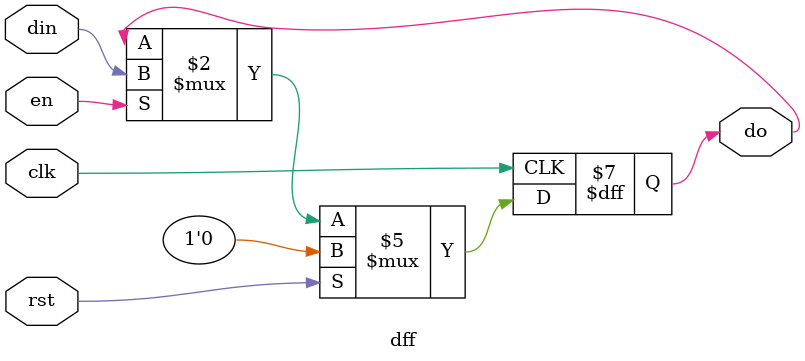
<source format=v>
`timescale 1ns / 1ps
module dff(clk,rst,en,din, do);
    input clk,rst,en,din;
    output reg do;
	 always@(posedge clk)
	 if(rst)
	 do <= 1'b0;
	 else if(en)
	 do <= din;
	
endmodule

</source>
